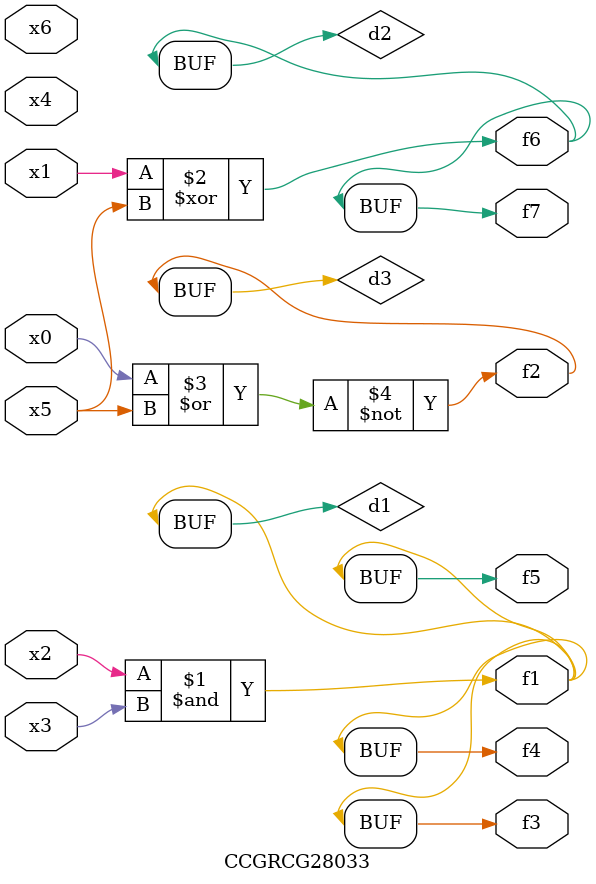
<source format=v>
module CCGRCG28033(
	input x0, x1, x2, x3, x4, x5, x6,
	output f1, f2, f3, f4, f5, f6, f7
);

	wire d1, d2, d3;

	and (d1, x2, x3);
	xor (d2, x1, x5);
	nor (d3, x0, x5);
	assign f1 = d1;
	assign f2 = d3;
	assign f3 = d1;
	assign f4 = d1;
	assign f5 = d1;
	assign f6 = d2;
	assign f7 = d2;
endmodule

</source>
